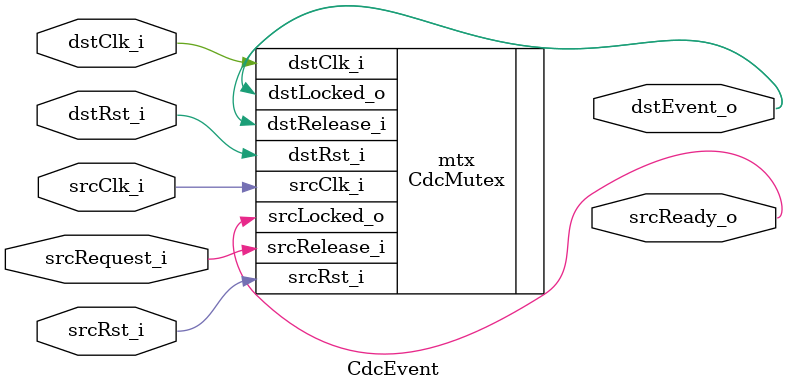
<source format=sv>


`default_nettype none
module CdcEvent (
    input   wire logic  srcRst_i,
    input   wire logic  srcClk_i,
    input   wire logic  srcRequest_i,
    output  wire logic  srcReady_o,

    input   wire logic  dstRst_i,
    input   wire logic  dstClk_i,
    output  wire logic  dstEvent_o
);

CdcMutex mtx (
    .srcRst_i           (srcRst_i),
    .srcClk_i           (srcClk_i),
    .srcRelease_i       (srcRequest_i),
    .srcLocked_o        (srcReady_o),
    .dstRst_i           (dstRst_i),
    .dstClk_i           (dstClk_i),
    .dstRelease_i       (dstEvent_o),
    .dstLocked_o        (dstEvent_o)
);

endmodule
</source>
